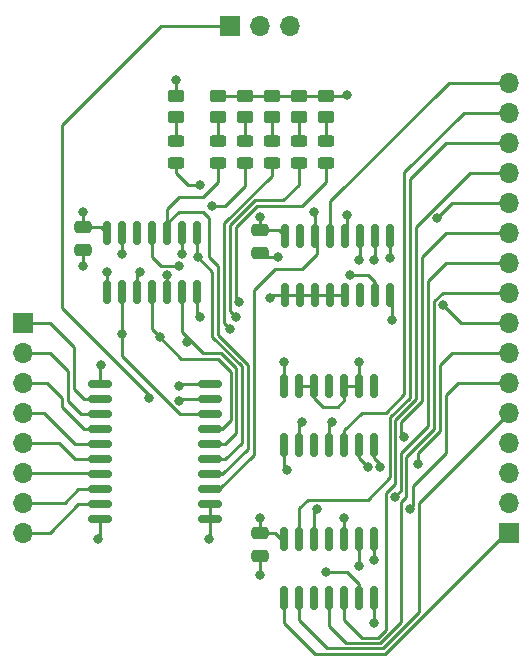
<source format=gbr>
%TF.GenerationSoftware,KiCad,Pcbnew,(6.0.0-0)*%
%TF.CreationDate,2022-03-20T10:25:08-04:00*%
%TF.ProjectId,ADC-Decoder-Controller,4144432d-4465-4636-9f64-65722d436f6e,rev?*%
%TF.SameCoordinates,Original*%
%TF.FileFunction,Copper,L1,Top*%
%TF.FilePolarity,Positive*%
%FSLAX46Y46*%
G04 Gerber Fmt 4.6, Leading zero omitted, Abs format (unit mm)*
G04 Created by KiCad (PCBNEW (6.0.0-0)) date 2022-03-20 10:25:08*
%MOMM*%
%LPD*%
G01*
G04 APERTURE LIST*
G04 Aperture macros list*
%AMRoundRect*
0 Rectangle with rounded corners*
0 $1 Rounding radius*
0 $2 $3 $4 $5 $6 $7 $8 $9 X,Y pos of 4 corners*
0 Add a 4 corners polygon primitive as box body*
4,1,4,$2,$3,$4,$5,$6,$7,$8,$9,$2,$3,0*
0 Add four circle primitives for the rounded corners*
1,1,$1+$1,$2,$3*
1,1,$1+$1,$4,$5*
1,1,$1+$1,$6,$7*
1,1,$1+$1,$8,$9*
0 Add four rect primitives between the rounded corners*
20,1,$1+$1,$2,$3,$4,$5,0*
20,1,$1+$1,$4,$5,$6,$7,0*
20,1,$1+$1,$6,$7,$8,$9,0*
20,1,$1+$1,$8,$9,$2,$3,0*%
G04 Aperture macros list end*
%TA.AperFunction,SMDPad,CuDef*%
%ADD10RoundRect,0.243750X-0.456250X0.243750X-0.456250X-0.243750X0.456250X-0.243750X0.456250X0.243750X0*%
%TD*%
%TA.AperFunction,SMDPad,CuDef*%
%ADD11RoundRect,0.150000X0.150000X-0.825000X0.150000X0.825000X-0.150000X0.825000X-0.150000X-0.825000X0*%
%TD*%
%TA.AperFunction,SMDPad,CuDef*%
%ADD12RoundRect,0.250000X0.450000X-0.262500X0.450000X0.262500X-0.450000X0.262500X-0.450000X-0.262500X0*%
%TD*%
%TA.AperFunction,SMDPad,CuDef*%
%ADD13RoundRect,0.250000X-0.475000X0.250000X-0.475000X-0.250000X0.475000X-0.250000X0.475000X0.250000X0*%
%TD*%
%TA.AperFunction,SMDPad,CuDef*%
%ADD14RoundRect,0.150000X-0.875000X-0.150000X0.875000X-0.150000X0.875000X0.150000X-0.875000X0.150000X0*%
%TD*%
%TA.AperFunction,ComponentPad*%
%ADD15R,1.700000X1.700000*%
%TD*%
%TA.AperFunction,ComponentPad*%
%ADD16O,1.700000X1.700000*%
%TD*%
%TA.AperFunction,ViaPad*%
%ADD17C,0.800000*%
%TD*%
%TA.AperFunction,Conductor*%
%ADD18C,0.250000*%
%TD*%
G04 APERTURE END LIST*
D10*
%TO.P,D5,1,K*%
%TO.N,Net-(D5-Pad1)*%
X113030000Y-79580500D03*
%TO.P,D5,2,A*%
%TO.N,D1*%
X113030000Y-81455500D03*
%TD*%
%TO.P,D3,1,K*%
%TO.N,Net-(D3-Pad1)*%
X108458000Y-79580500D03*
%TO.P,D3,2,A*%
%TO.N,D3*%
X108458000Y-81455500D03*
%TD*%
D11*
%TO.P,U3,1,I4*%
%TO.N,+5V*%
X111887000Y-92645000D03*
%TO.P,U3,2,I5*%
X113157000Y-92645000D03*
%TO.P,U3,3,I6*%
X114427000Y-92645000D03*
%TO.P,U3,4,I7*%
X115697000Y-92645000D03*
%TO.P,U3,5,EI*%
X116967000Y-92645000D03*
%TO.P,U3,6,S2*%
%TO.N,unconnected-(U3-Pad6)*%
X118237000Y-92645000D03*
%TO.P,U3,7,S1*%
%TO.N,Net-(U3-Pad7)*%
X119507000Y-92645000D03*
%TO.P,U3,8,GND*%
%TO.N,GND*%
X120777000Y-92645000D03*
%TO.P,U3,9,S0*%
%TO.N,Net-(U3-Pad9)*%
X120777000Y-87695000D03*
%TO.P,U3,10,IO*%
%TO.N,~{A0_GS}*%
X119507000Y-87695000D03*
%TO.P,U3,11,I1*%
%TO.N,~{A1_GS}*%
X118237000Y-87695000D03*
%TO.P,U3,12,I2*%
%TO.N,~{A2_GS}*%
X116967000Y-87695000D03*
%TO.P,U3,13,I3*%
%TO.N,~{A3_GS}*%
X115697000Y-87695000D03*
%TO.P,U3,14,GS*%
%TO.N,~{ACTIVE}*%
X114427000Y-87695000D03*
%TO.P,U3,15,EO*%
%TO.N,unconnected-(U3-Pad15)*%
X113157000Y-87695000D03*
%TO.P,U3,16,VCC*%
%TO.N,+5V*%
X111887000Y-87695000D03*
%TD*%
D12*
%TO.P,R6,1*%
%TO.N,Net-(D4-Pad1)*%
X110744000Y-77620500D03*
%TO.P,R6,2*%
%TO.N,GND*%
X110744000Y-75795500D03*
%TD*%
%TO.P,R8,1*%
%TO.N,Net-(D6-Pad1)*%
X115316000Y-77620500D03*
%TO.P,R8,2*%
%TO.N,GND*%
X115316000Y-75795500D03*
%TD*%
%TO.P,R7,1*%
%TO.N,Net-(D5-Pad1)*%
X113030000Y-77620500D03*
%TO.P,R7,2*%
%TO.N,GND*%
X113030000Y-75795500D03*
%TD*%
D13*
%TO.P,C1,1*%
%TO.N,+5V*%
X109728000Y-112842000D03*
%TO.P,C1,2*%
%TO.N,GND*%
X109728000Y-114742000D03*
%TD*%
D14*
%TO.P,U5,1,A->B*%
%TO.N,GND*%
X96188000Y-100203000D03*
%TO.P,U5,2,A0*%
%TO.N,BUS0*%
X96188000Y-101473000D03*
%TO.P,U5,3,A1*%
%TO.N,BUS1*%
X96188000Y-102743000D03*
%TO.P,U5,4,A2*%
%TO.N,BUS2*%
X96188000Y-104013000D03*
%TO.P,U5,5,A3*%
%TO.N,BUS3*%
X96188000Y-105283000D03*
%TO.P,U5,6,A4*%
%TO.N,BUS4*%
X96188000Y-106553000D03*
%TO.P,U5,7,A5*%
%TO.N,BUS5*%
X96188000Y-107823000D03*
%TO.P,U5,8,A6*%
%TO.N,BUS6*%
X96188000Y-109093000D03*
%TO.P,U5,9,A7*%
%TO.N,BUS7*%
X96188000Y-110363000D03*
%TO.P,U5,10,GND*%
%TO.N,GND*%
X96188000Y-111633000D03*
%TO.P,U5,11,B7*%
X105488000Y-111633000D03*
%TO.P,U5,12,B6*%
X105488000Y-110363000D03*
%TO.P,U5,13,B5*%
%TO.N,~{ACTIVE}*%
X105488000Y-109093000D03*
%TO.P,U5,14,B4*%
%TO.N,D4*%
X105488000Y-107823000D03*
%TO.P,U5,15,B3*%
%TO.N,D3*%
X105488000Y-106553000D03*
%TO.P,U5,16,B2*%
%TO.N,D2*%
X105488000Y-105283000D03*
%TO.P,U5,17,B1*%
%TO.N,D1*%
X105488000Y-104013000D03*
%TO.P,U5,18,B0*%
%TO.N,D0*%
X105488000Y-102743000D03*
%TO.P,U5,19,CE*%
%TO.N,~{OE}*%
X105488000Y-101473000D03*
%TO.P,U5,20,VCC*%
%TO.N,+5V*%
X105488000Y-100203000D03*
%TD*%
D10*
%TO.P,D1,1,K*%
%TO.N,Net-(D1-Pad1)*%
X102616000Y-79580500D03*
%TO.P,D1,2,A*%
%TO.N,~{ACTIVE}*%
X102616000Y-81455500D03*
%TD*%
D13*
%TO.P,C2,1*%
%TO.N,+5V*%
X109728000Y-87188000D03*
%TO.P,C2,2*%
%TO.N,GND*%
X109728000Y-89088000D03*
%TD*%
D11*
%TO.P,U2,1*%
%TO.N,~{A0_2}*%
X111825000Y-105345000D03*
%TO.P,U2,2*%
%TO.N,~{A1_2}*%
X113095000Y-105345000D03*
%TO.P,U2,3*%
%TO.N,N/C*%
X114365000Y-105345000D03*
%TO.P,U2,4*%
%TO.N,~{A2_2}*%
X115635000Y-105345000D03*
%TO.P,U2,5*%
%TO.N,~{A3_2}*%
X116905000Y-105345000D03*
%TO.P,U2,6*%
%TO.N,Net-(U2-Pad6)*%
X118175000Y-105345000D03*
%TO.P,U2,7,GND*%
%TO.N,GND*%
X119445000Y-105345000D03*
%TO.P,U2,8*%
%TO.N,unconnected-(U2-Pad8)*%
X119445000Y-100395000D03*
%TO.P,U2,9*%
%TO.N,GND*%
X118175000Y-100395000D03*
%TO.P,U2,10*%
X116905000Y-100395000D03*
%TO.P,U2,11*%
%TO.N,N/C*%
X115635000Y-100395000D03*
%TO.P,U2,12*%
%TO.N,GND*%
X114365000Y-100395000D03*
%TO.P,U2,13*%
X113095000Y-100395000D03*
%TO.P,U2,14,VCC*%
%TO.N,+5V*%
X111825000Y-100395000D03*
%TD*%
D10*
%TO.P,D4,1,K*%
%TO.N,Net-(D4-Pad1)*%
X110744000Y-79580500D03*
%TO.P,D4,2,A*%
%TO.N,D2*%
X110744000Y-81455500D03*
%TD*%
D13*
%TO.P,C3,1*%
%TO.N,+5V*%
X94742000Y-86934000D03*
%TO.P,C3,2*%
%TO.N,GND*%
X94742000Y-88834000D03*
%TD*%
D10*
%TO.P,D6,1,K*%
%TO.N,Net-(D6-Pad1)*%
X115316000Y-79580500D03*
%TO.P,D6,2,A*%
%TO.N,D0*%
X115316000Y-81455500D03*
%TD*%
D12*
%TO.P,R3,1*%
%TO.N,Net-(D1-Pad1)*%
X102616000Y-77620500D03*
%TO.P,R3,2*%
%TO.N,GND*%
X102616000Y-75795500D03*
%TD*%
%TO.P,R5,1*%
%TO.N,Net-(D3-Pad1)*%
X108458000Y-77620500D03*
%TO.P,R5,2*%
%TO.N,GND*%
X108458000Y-75795500D03*
%TD*%
D11*
%TO.P,U4,1*%
%TO.N,Net-(U1-Pad6)*%
X96839000Y-92391000D03*
%TO.P,U4,2*%
%TO.N,D0*%
X98109000Y-92391000D03*
%TO.P,U4,3*%
%TO.N,Net-(U1-Pad8)*%
X99379000Y-92391000D03*
%TO.P,U4,4*%
%TO.N,D1*%
X100649000Y-92391000D03*
%TO.P,U4,5*%
%TO.N,Net-(U2-Pad6)*%
X101919000Y-92391000D03*
%TO.P,U4,6*%
%TO.N,D2*%
X103189000Y-92391000D03*
%TO.P,U4,7,GND*%
%TO.N,GND*%
X104459000Y-92391000D03*
%TO.P,U4,8*%
%TO.N,D3*%
X104459000Y-87441000D03*
%TO.P,U4,9*%
%TO.N,Net-(U3-Pad9)*%
X103189000Y-87441000D03*
%TO.P,U4,10*%
%TO.N,D4*%
X101919000Y-87441000D03*
%TO.P,U4,11*%
%TO.N,Net-(U3-Pad7)*%
X100649000Y-87441000D03*
%TO.P,U4,12*%
%TO.N,unconnected-(U4-Pad12)*%
X99379000Y-87441000D03*
%TO.P,U4,13*%
%TO.N,GND*%
X98109000Y-87441000D03*
%TO.P,U4,14,VCC*%
%TO.N,+5V*%
X96839000Y-87441000D03*
%TD*%
D10*
%TO.P,D2,1,K*%
%TO.N,Net-(D2-Pad1)*%
X106172000Y-79580500D03*
%TO.P,D2,2,A*%
%TO.N,D4*%
X106172000Y-81455500D03*
%TD*%
D12*
%TO.P,R4,1*%
%TO.N,Net-(D2-Pad1)*%
X106172000Y-77620500D03*
%TO.P,R4,2*%
%TO.N,GND*%
X106172000Y-75795500D03*
%TD*%
D11*
%TO.P,U1,1*%
%TO.N,~{A0_0}*%
X111825000Y-118299000D03*
%TO.P,U1,2*%
%TO.N,~{A1_0}*%
X113095000Y-118299000D03*
%TO.P,U1,3*%
%TO.N,N/C*%
X114365000Y-118299000D03*
%TO.P,U1,4*%
%TO.N,~{A2_0}*%
X115635000Y-118299000D03*
%TO.P,U1,5*%
%TO.N,~{A3_0}*%
X116905000Y-118299000D03*
%TO.P,U1,6*%
%TO.N,Net-(U1-Pad6)*%
X118175000Y-118299000D03*
%TO.P,U1,7,GND*%
%TO.N,GND*%
X119445000Y-118299000D03*
%TO.P,U1,8*%
%TO.N,Net-(U1-Pad8)*%
X119445000Y-113349000D03*
%TO.P,U1,9*%
%TO.N,~{A0_1}*%
X118175000Y-113349000D03*
%TO.P,U1,10*%
%TO.N,~{A1_1}*%
X116905000Y-113349000D03*
%TO.P,U1,11*%
%TO.N,N/C*%
X115635000Y-113349000D03*
%TO.P,U1,12*%
%TO.N,~{A2_1}*%
X114365000Y-113349000D03*
%TO.P,U1,13*%
%TO.N,~{A3_1}*%
X113095000Y-113349000D03*
%TO.P,U1,14,VCC*%
%TO.N,+5V*%
X111825000Y-113349000D03*
%TD*%
D15*
%TO.P,J3,1,Pin_1*%
%TO.N,~{OE}*%
X107203000Y-69850000D03*
D16*
%TO.P,J3,2,Pin_2*%
%TO.N,GND*%
X109743000Y-69850000D03*
%TO.P,J3,3,Pin_3*%
%TO.N,+5V*%
X112283000Y-69850000D03*
%TD*%
D15*
%TO.P,J2,1,Pin_1*%
%TO.N,~{A0_0}*%
X130810000Y-112781000D03*
D16*
%TO.P,J2,2,Pin_2*%
%TO.N,~{A0_1}*%
X130810000Y-110241000D03*
%TO.P,J2,3,Pin_3*%
%TO.N,~{A0_2}*%
X130810000Y-107701000D03*
%TO.P,J2,4,Pin_4*%
%TO.N,~{A0_GS}*%
X130810000Y-105161000D03*
%TO.P,J2,5,Pin_5*%
%TO.N,~{A1_0}*%
X130810000Y-102621000D03*
%TO.P,J2,6,Pin_6*%
%TO.N,~{A1_1}*%
X130810000Y-100081000D03*
%TO.P,J2,7,Pin_7*%
%TO.N,~{A1_2}*%
X130810000Y-97541000D03*
%TO.P,J2,8,Pin_8*%
%TO.N,~{A1_GS}*%
X130810000Y-95001000D03*
%TO.P,J2,9,Pin_9*%
%TO.N,~{A2_0}*%
X130810000Y-92461000D03*
%TO.P,J2,10,Pin_10*%
%TO.N,~{A2_1}*%
X130810000Y-89921000D03*
%TO.P,J2,11,Pin_11*%
%TO.N,~{A2_2}*%
X130810000Y-87381000D03*
%TO.P,J2,12,Pin_12*%
%TO.N,~{A2_GS}*%
X130810000Y-84841000D03*
%TO.P,J2,13,Pin_13*%
%TO.N,~{A3_0}*%
X130810000Y-82301000D03*
%TO.P,J2,14,Pin_14*%
%TO.N,~{A3_1}*%
X130810000Y-79761000D03*
%TO.P,J2,15,Pin_15*%
%TO.N,~{A3_2}*%
X130810000Y-77221000D03*
%TO.P,J2,16,Pin_16*%
%TO.N,~{A3_GS}*%
X130810000Y-74681000D03*
%TD*%
D15*
%TO.P,J1,1,Pin_1*%
%TO.N,BUS0*%
X89662000Y-94996000D03*
D16*
%TO.P,J1,2,Pin_2*%
%TO.N,BUS1*%
X89662000Y-97536000D03*
%TO.P,J1,3,Pin_3*%
%TO.N,BUS2*%
X89662000Y-100076000D03*
%TO.P,J1,4,Pin_4*%
%TO.N,BUS3*%
X89662000Y-102616000D03*
%TO.P,J1,5,Pin_5*%
%TO.N,BUS4*%
X89662000Y-105156000D03*
%TO.P,J1,6,Pin_6*%
%TO.N,BUS5*%
X89662000Y-107696000D03*
%TO.P,J1,7,Pin_7*%
%TO.N,BUS6*%
X89662000Y-110236000D03*
%TO.P,J1,8,Pin_8*%
%TO.N,BUS7*%
X89662000Y-112776000D03*
%TD*%
D17*
%TO.N,~{ACTIVE}*%
X104648000Y-83312000D03*
X114300000Y-85598000D03*
%TO.N,D3*%
X105664000Y-85090000D03*
X104463320Y-89468721D03*
%TO.N,D2*%
X103546173Y-96678011D03*
X107188000Y-95504000D03*
%TO.N,D1*%
X107696000Y-94488000D03*
X101268184Y-96228500D03*
%TO.N,D0*%
X107945701Y-93222299D03*
X98109000Y-95947000D03*
%TO.N,~{A0_1}*%
X118110000Y-115570000D03*
%TO.N,~{A0_2}*%
X112014000Y-107442000D03*
%TO.N,~{A0_GS}*%
X119380000Y-89666299D03*
%TO.N,~{A1_1}*%
X122428000Y-110744000D03*
X116840000Y-111506000D03*
%TO.N,~{A1_2}*%
X113284000Y-103378000D03*
X123113500Y-106976500D03*
%TO.N,~{A1_GS}*%
X118110000Y-89662000D03*
X125222000Y-93472000D03*
%TO.N,~{A2_1}*%
X121150587Y-109721723D03*
X114554000Y-110744000D03*
%TO.N,~{A2_2}*%
X121920000Y-104648000D03*
X115824000Y-103378000D03*
%TO.N,~{A2_GS}*%
X124714000Y-86106000D03*
X117094000Y-85852000D03*
%TO.N,~{OE}*%
X100330000Y-101346000D03*
X102870000Y-101600000D03*
%TO.N,GND*%
X117094000Y-75692000D03*
X119888000Y-107188000D03*
X120904000Y-94742000D03*
X96266000Y-98552000D03*
X109728000Y-116332000D03*
X119380000Y-120396000D03*
X102616000Y-74422000D03*
X105410000Y-113284000D03*
X98044000Y-89154000D03*
X118110000Y-98298000D03*
X104648000Y-94488000D03*
X96012000Y-113284000D03*
X111252000Y-89408000D03*
X94742000Y-90170000D03*
%TO.N,+5V*%
X102870000Y-100330000D03*
X109734079Y-86068475D03*
X110570333Y-92926500D03*
X109728000Y-111506000D03*
X111760000Y-98298000D03*
X94742000Y-85598000D03*
%TO.N,Net-(U1-Pad6)*%
X96774000Y-90678000D03*
X115316000Y-116078000D03*
%TO.N,Net-(U1-Pad8)*%
X119380000Y-115062000D03*
X99568000Y-90678000D03*
%TO.N,Net-(U2-Pad6)*%
X118872000Y-107188000D03*
X101854000Y-90932000D03*
%TO.N,Net-(U3-Pad7)*%
X102870000Y-90170000D03*
X117348000Y-90932000D03*
%TO.N,Net-(U3-Pad9)*%
X120781299Y-89530701D03*
X103124000Y-89154000D03*
%TD*%
D18*
%TO.N,Net-(D1-Pad1)*%
X102616000Y-77620500D02*
X102616000Y-79580500D01*
%TO.N,~{ACTIVE}*%
X109220000Y-106172000D02*
X109220000Y-92202000D01*
X105488000Y-109093000D02*
X106299000Y-109093000D01*
X110998000Y-90424000D02*
X113284000Y-90424000D01*
X113284000Y-90424000D02*
X114554000Y-89154000D01*
X114427000Y-85725000D02*
X114300000Y-85598000D01*
X102616000Y-81455500D02*
X102616000Y-82296000D01*
X114554000Y-89154000D02*
X114554000Y-87822000D01*
X114427000Y-87695000D02*
X114427000Y-85725000D01*
X106299000Y-109093000D02*
X109220000Y-106172000D01*
X103632000Y-83312000D02*
X104648000Y-83312000D01*
X114554000Y-87822000D02*
X114427000Y-87695000D01*
X109220000Y-92202000D02*
X110998000Y-90424000D01*
X102616000Y-82296000D02*
X103632000Y-83312000D01*
%TO.N,Net-(D2-Pad1)*%
X106172000Y-79580500D02*
X106172000Y-77620500D01*
%TO.N,D4*%
X106172000Y-90170000D02*
X105410000Y-89408000D01*
X106172000Y-81455500D02*
X106172000Y-83058000D01*
X104902000Y-84328000D02*
X102870000Y-84328000D01*
X102870000Y-84328000D02*
X101854000Y-85344000D01*
X105488000Y-107823000D02*
X106553000Y-107823000D01*
X105410000Y-89408000D02*
X105410000Y-86106000D01*
X101854000Y-87376000D02*
X101919000Y-87441000D01*
X106553000Y-107823000D02*
X108712000Y-105664000D01*
X106172000Y-83058000D02*
X104902000Y-84328000D01*
X101919000Y-86549000D02*
X101919000Y-87441000D01*
X108712000Y-98552000D02*
X106172000Y-96012000D01*
X102870000Y-85598000D02*
X101919000Y-86549000D01*
X101854000Y-85344000D02*
X101854000Y-87376000D01*
X104902000Y-85598000D02*
X102870000Y-85598000D01*
X108712000Y-105664000D02*
X108712000Y-98552000D01*
X105410000Y-86106000D02*
X104902000Y-85598000D01*
X106172000Y-96012000D02*
X106172000Y-90170000D01*
%TO.N,Net-(D3-Pad1)*%
X108458000Y-77620500D02*
X108458000Y-79580500D01*
%TO.N,D3*%
X106807000Y-106553000D02*
X108204000Y-105156000D01*
X108458000Y-83436888D02*
X106804888Y-85090000D01*
X104459000Y-87441000D02*
X104459000Y-89464401D01*
X105722489Y-96198193D02*
X105722489Y-90727890D01*
X105722489Y-90727890D02*
X104463320Y-89468721D01*
X108458000Y-81455500D02*
X108458000Y-83436888D01*
X108204000Y-105156000D02*
X108204000Y-98679704D01*
X106804888Y-85090000D02*
X105664000Y-85090000D01*
X105488000Y-106553000D02*
X106807000Y-106553000D01*
X108204000Y-98679704D02*
X105722489Y-96198193D01*
X104459000Y-89464401D02*
X104463320Y-89468721D01*
%TO.N,Net-(D4-Pad1)*%
X110744000Y-77620500D02*
X110744000Y-79580500D01*
%TO.N,D2*%
X103124000Y-92456000D02*
X103189000Y-92391000D01*
X106807000Y-105283000D02*
X107754489Y-104335511D01*
X110744000Y-82550000D02*
X106738489Y-86555511D01*
X106738489Y-86555511D02*
X106738489Y-95054489D01*
X110744000Y-81455500D02*
X110744000Y-82550000D01*
X106424592Y-97536000D02*
X104902000Y-97536000D01*
X104902000Y-97536000D02*
X103124000Y-95758000D01*
X107754489Y-98865897D02*
X106424592Y-97536000D01*
X106738489Y-95054489D02*
X107188000Y-95504000D01*
X107754489Y-104335511D02*
X107754489Y-98865897D01*
X103124000Y-95758000D02*
X103124000Y-92456000D01*
X105488000Y-105283000D02*
X106807000Y-105283000D01*
%TO.N,Net-(D5-Pad1)*%
X113030000Y-79580500D02*
X113030000Y-77620500D01*
%TO.N,D1*%
X100584000Y-92456000D02*
X100584000Y-95544316D01*
X113030000Y-81455500D02*
X113030000Y-83312000D01*
X100584000Y-95544316D02*
X101268184Y-96228500D01*
X106172000Y-98044000D02*
X103083684Y-98044000D01*
X107188000Y-86741704D02*
X107188000Y-93980000D01*
X107304978Y-99176978D02*
X106172000Y-98044000D01*
X111701510Y-84640490D02*
X109289214Y-84640490D01*
X100649000Y-92391000D02*
X100584000Y-92456000D01*
X109289214Y-84640490D02*
X107188000Y-86741704D01*
X107188000Y-93980000D02*
X107696000Y-94488000D01*
X103083684Y-98044000D02*
X101268184Y-96228500D01*
X107304978Y-103261022D02*
X107304978Y-99176978D01*
X106553000Y-104013000D02*
X107304978Y-103261022D01*
X105488000Y-104013000D02*
X106553000Y-104013000D01*
X113030000Y-83312000D02*
X111701510Y-84640490D01*
%TO.N,Net-(D6-Pad1)*%
X115316000Y-77620500D02*
X115316000Y-79580500D01*
%TO.N,D0*%
X115316000Y-81455500D02*
X115316000Y-83058000D01*
X107696000Y-92972598D02*
X107945701Y-93222299D01*
X113284000Y-85090000D02*
X109475408Y-85090000D01*
X98109000Y-97863600D02*
X98109000Y-95947000D01*
X98109000Y-95947000D02*
X98109000Y-92391000D01*
X115316000Y-83058000D02*
X113284000Y-85090000D01*
X102988400Y-102743000D02*
X98109000Y-97863600D01*
X107696000Y-86869408D02*
X107696000Y-92972598D01*
X109475408Y-85090000D02*
X107696000Y-86869408D01*
X105488000Y-102743000D02*
X102988400Y-102743000D01*
%TO.N,BUS0*%
X96188000Y-101473000D02*
X94869000Y-101473000D01*
X93980000Y-97028000D02*
X91948000Y-94996000D01*
X94869000Y-101473000D02*
X93980000Y-100584000D01*
X91948000Y-94996000D02*
X89662000Y-94996000D01*
X93980000Y-100584000D02*
X93980000Y-97028000D01*
%TO.N,BUS1*%
X93472000Y-101600000D02*
X94615000Y-102743000D01*
X93472000Y-99060000D02*
X93472000Y-101600000D01*
X91948000Y-97536000D02*
X93472000Y-99060000D01*
X94615000Y-102743000D02*
X96188000Y-102743000D01*
X89662000Y-97536000D02*
X91948000Y-97536000D01*
%TO.N,BUS2*%
X92964000Y-102108000D02*
X92964000Y-101346000D01*
X94869000Y-104013000D02*
X92964000Y-102108000D01*
X91694000Y-100076000D02*
X89662000Y-100076000D01*
X96188000Y-104013000D02*
X94869000Y-104013000D01*
X92964000Y-101346000D02*
X91694000Y-100076000D01*
%TO.N,BUS3*%
X94107000Y-105283000D02*
X96188000Y-105283000D01*
X91440000Y-102616000D02*
X94107000Y-105283000D01*
X89662000Y-102616000D02*
X91440000Y-102616000D01*
%TO.N,BUS4*%
X92710000Y-105156000D02*
X89662000Y-105156000D01*
X96188000Y-106553000D02*
X94107000Y-106553000D01*
X94107000Y-106553000D02*
X92710000Y-105156000D01*
%TO.N,BUS5*%
X96188000Y-107823000D02*
X96061000Y-107696000D01*
X96061000Y-107696000D02*
X89662000Y-107696000D01*
%TO.N,BUS6*%
X96188000Y-109093000D02*
X94361000Y-109093000D01*
X93218000Y-110236000D02*
X89662000Y-110236000D01*
X94361000Y-109093000D02*
X93218000Y-110236000D01*
%TO.N,BUS7*%
X96188000Y-110363000D02*
X94361000Y-110363000D01*
X91948000Y-112776000D02*
X89662000Y-112776000D01*
X94361000Y-110363000D02*
X91948000Y-112776000D01*
%TO.N,~{A0_0}*%
X130810000Y-112781000D02*
X130551000Y-112781000D01*
X111825000Y-120461000D02*
X111825000Y-118299000D01*
X120317467Y-123014533D02*
X114378533Y-123014533D01*
X130551000Y-112781000D02*
X120317467Y-123014533D01*
X114378533Y-123014533D02*
X111825000Y-120461000D01*
%TO.N,~{A0_1}*%
X118175000Y-113349000D02*
X118110000Y-113414000D01*
X118110000Y-113414000D02*
X118110000Y-115570000D01*
%TO.N,~{A0_2}*%
X112014000Y-107442000D02*
X111825000Y-107253000D01*
X111825000Y-107253000D02*
X111825000Y-105345000D01*
%TO.N,~{A0_GS}*%
X119507000Y-87695000D02*
X119507000Y-89539299D01*
X119507000Y-89539299D02*
X119380000Y-89666299D01*
%TO.N,~{A1_0}*%
X130810000Y-102621000D02*
X123190000Y-110241000D01*
X123190000Y-119506296D02*
X120131276Y-122565020D01*
X113095000Y-120207000D02*
X113095000Y-118299000D01*
X120131276Y-122565020D02*
X115453020Y-122565020D01*
X115453020Y-122565020D02*
X113095000Y-120207000D01*
X123190000Y-110241000D02*
X123190000Y-119506296D01*
%TO.N,~{A1_1}*%
X122682000Y-110490000D02*
X122428000Y-110744000D01*
X116840000Y-113284000D02*
X116905000Y-113349000D01*
X130810000Y-100081000D02*
X126487000Y-100081000D01*
X125476000Y-101092000D02*
X125476000Y-106044296D01*
X126487000Y-100081000D02*
X125476000Y-101092000D01*
X122682000Y-108838296D02*
X122682000Y-110490000D01*
X116840000Y-111506000D02*
X116840000Y-113284000D01*
X125476000Y-106044296D02*
X122682000Y-108838296D01*
%TO.N,~{A1_2}*%
X124968000Y-104140000D02*
X123113500Y-105994500D01*
X113095000Y-103567000D02*
X113095000Y-105345000D01*
X125979000Y-97541000D02*
X124968000Y-98552000D01*
X123113500Y-105994500D02*
X123113500Y-106976500D01*
X124968000Y-98552000D02*
X124968000Y-104140000D01*
X130810000Y-97541000D02*
X125979000Y-97541000D01*
X113284000Y-103378000D02*
X113095000Y-103567000D01*
%TO.N,~{A1_GS}*%
X130810000Y-95001000D02*
X126751000Y-95001000D01*
X118110000Y-89662000D02*
X118237000Y-89535000D01*
X118237000Y-89535000D02*
X118237000Y-87695000D01*
X126751000Y-95001000D02*
X125222000Y-93472000D01*
%TO.N,~{A2_0}*%
X117035509Y-122115509D02*
X115635000Y-120715000D01*
X124497499Y-103974797D02*
X122127901Y-106344395D01*
X122127901Y-109765499D02*
X121703499Y-110189901D01*
X121703499Y-120357093D02*
X119945083Y-122115509D01*
X122127901Y-106344395D02*
X122127901Y-109765499D01*
X125208400Y-92461000D02*
X124497499Y-93171901D01*
X130810000Y-92461000D02*
X125208400Y-92461000D01*
X121703499Y-110189901D02*
X121703499Y-120357093D01*
X119945083Y-122115509D02*
X117035509Y-122115509D01*
X115635000Y-120715000D02*
X115635000Y-118299000D01*
X124497499Y-93171901D02*
X124497499Y-103974797D01*
%TO.N,~{A2_1}*%
X123952000Y-91440000D02*
X123952000Y-103758296D01*
X130810000Y-89921000D02*
X125471000Y-89921000D01*
X125471000Y-89921000D02*
X123952000Y-91440000D01*
X114365000Y-110933000D02*
X114365000Y-113349000D01*
X121666000Y-106044296D02*
X121666000Y-109206310D01*
X123952000Y-103758296D02*
X121666000Y-106044296D01*
X121666000Y-109206310D02*
X121150587Y-109721723D01*
X114554000Y-110744000D02*
X114365000Y-110933000D01*
%TO.N,~{A2_2}*%
X123444000Y-95504000D02*
X123444000Y-101600000D01*
X123444000Y-101600000D02*
X122428000Y-102616000D01*
X130810000Y-87381000D02*
X125471000Y-87381000D01*
X115824000Y-103378000D02*
X115635000Y-103567000D01*
X121666000Y-103378000D02*
X121666000Y-104394000D01*
X115635000Y-103567000D02*
X115635000Y-105345000D01*
X121666000Y-104394000D02*
X121920000Y-104648000D01*
X123444000Y-89408000D02*
X123444000Y-95504000D01*
X125471000Y-87381000D02*
X123444000Y-89408000D01*
X122428000Y-102616000D02*
X121666000Y-103378000D01*
%TO.N,~{A2_GS}*%
X125979000Y-84841000D02*
X125730000Y-85090000D01*
X117094000Y-87568000D02*
X116967000Y-87695000D01*
X125730000Y-85090000D02*
X124714000Y-86106000D01*
X117094000Y-85852000D02*
X117094000Y-87568000D01*
X130810000Y-84841000D02*
X125979000Y-84841000D01*
%TO.N,~{A3_0}*%
X119758890Y-121665998D02*
X120426086Y-120998802D01*
X120426086Y-120998802D02*
X120426086Y-109421624D01*
X116905000Y-118299000D02*
X116905000Y-120207000D01*
X116905000Y-120207000D02*
X118363999Y-121665999D01*
X121195499Y-103212797D02*
X122936000Y-101472296D01*
X120426086Y-109421624D02*
X121195499Y-108652211D01*
X127494400Y-82301000D02*
X130810000Y-82301000D01*
X122936000Y-86859400D02*
X127494400Y-82301000D01*
X121195499Y-108652211D02*
X121195499Y-103212797D01*
X118363999Y-121665999D02*
X119758890Y-121665998D01*
X122936000Y-101472296D02*
X122936000Y-86859400D01*
%TO.N,~{A3_1}*%
X113095000Y-110679000D02*
X113095000Y-113349000D01*
X113792000Y-109982000D02*
X113095000Y-110679000D01*
X125471000Y-79761000D02*
X122428000Y-82804000D01*
X120745989Y-103026603D02*
X120745989Y-108108011D01*
X122428000Y-101344592D02*
X120745989Y-103026603D01*
X122428000Y-82804000D02*
X122428000Y-101344592D01*
X120745989Y-108108011D02*
X118872000Y-109982000D01*
X118872000Y-109982000D02*
X113792000Y-109982000D01*
X130810000Y-79761000D02*
X125471000Y-79761000D01*
%TO.N,~{A3_2}*%
X118364000Y-102616000D02*
X116905000Y-104075000D01*
X121978489Y-82237511D02*
X121978489Y-101033511D01*
X130810000Y-77221000D02*
X126995000Y-77221000D01*
X120396000Y-102616000D02*
X118364000Y-102616000D01*
X126995000Y-77221000D02*
X121978489Y-82237511D01*
X121978489Y-101033511D02*
X120396000Y-102616000D01*
X116905000Y-104075000D02*
X116905000Y-105345000D01*
%TO.N,~{A3_GS}*%
X130810000Y-74681000D02*
X125725000Y-74681000D01*
X125725000Y-74681000D02*
X115697000Y-84709000D01*
X115697000Y-84709000D02*
X115697000Y-87695000D01*
%TO.N,~{OE}*%
X98806000Y-72390000D02*
X92964000Y-78232000D01*
X97536000Y-98298000D02*
X100330000Y-101092000D01*
X100330000Y-101092000D02*
X100330000Y-101346000D01*
X101346000Y-69850000D02*
X98806000Y-72390000D01*
X102997000Y-101473000D02*
X105488000Y-101473000D01*
X102870000Y-101600000D02*
X102997000Y-101473000D01*
X92964000Y-88900000D02*
X92964000Y-93726000D01*
X92964000Y-78232000D02*
X92964000Y-88900000D01*
X107203000Y-69850000D02*
X101346000Y-69850000D01*
X92964000Y-93726000D02*
X97536000Y-98298000D01*
%TO.N,GND*%
X119445000Y-120331000D02*
X119380000Y-120396000D01*
X118175000Y-100395000D02*
X118175000Y-98363000D01*
X116905000Y-100395000D02*
X118175000Y-100395000D01*
X119888000Y-106934000D02*
X119888000Y-107188000D01*
X114365000Y-101411000D02*
X115062000Y-102108000D01*
X116905000Y-101535000D02*
X116905000Y-100395000D01*
X105488000Y-113206000D02*
X105410000Y-113284000D01*
X104459000Y-94299000D02*
X104648000Y-94488000D01*
X116332000Y-102108000D02*
X116905000Y-101535000D01*
X114365000Y-100395000D02*
X113095000Y-100395000D01*
X94742000Y-88834000D02*
X94742000Y-90170000D01*
X115316000Y-75795500D02*
X116990500Y-75795500D01*
X105488000Y-110363000D02*
X105488000Y-111633000D01*
X116990500Y-75795500D02*
X117094000Y-75692000D01*
X98109000Y-89089000D02*
X98044000Y-89154000D01*
X114365000Y-100395000D02*
X114365000Y-101411000D01*
X96188000Y-100203000D02*
X96188000Y-98630000D01*
X96188000Y-111633000D02*
X96188000Y-113108000D01*
X110048000Y-89408000D02*
X111252000Y-89408000D01*
X106172000Y-75795500D02*
X115316000Y-75795500D01*
X109728000Y-114742000D02*
X109728000Y-116332000D01*
X118175000Y-98363000D02*
X118110000Y-98298000D01*
X105488000Y-111633000D02*
X105488000Y-113206000D01*
X115062000Y-102108000D02*
X116332000Y-102108000D01*
X104459000Y-92391000D02*
X104459000Y-94299000D01*
X120904000Y-92772000D02*
X120904000Y-94742000D01*
X96188000Y-113108000D02*
X96012000Y-113284000D01*
X119445000Y-118299000D02*
X119445000Y-120331000D01*
X96188000Y-98630000D02*
X96266000Y-98552000D01*
X120777000Y-92645000D02*
X120904000Y-92772000D01*
X102616000Y-75795500D02*
X102616000Y-74422000D01*
X98109000Y-87441000D02*
X98109000Y-89089000D01*
X119445000Y-106491000D02*
X119888000Y-106934000D01*
X119445000Y-105345000D02*
X119445000Y-106491000D01*
X109728000Y-89088000D02*
X110048000Y-89408000D01*
%TO.N,+5V*%
X109728000Y-87188000D02*
X109728000Y-86074554D01*
X111825000Y-113349000D02*
X111571000Y-113349000D01*
X111825000Y-100395000D02*
X111825000Y-98363000D01*
X110851833Y-92645000D02*
X110570333Y-92926500D01*
X109794000Y-112776000D02*
X109728000Y-112842000D01*
X109728000Y-112842000D02*
X109728000Y-111506000D01*
X111571000Y-113349000D02*
X110998000Y-112776000D01*
X96839000Y-87441000D02*
X96332000Y-86934000D01*
X96332000Y-86934000D02*
X94742000Y-86934000D01*
X109728000Y-86074554D02*
X109734079Y-86068475D01*
X105488000Y-100203000D02*
X102997000Y-100203000D01*
X109728000Y-87188000D02*
X111380000Y-87188000D01*
X111887000Y-92645000D02*
X116967000Y-92645000D01*
X94742000Y-86934000D02*
X94742000Y-85598000D01*
X102997000Y-100203000D02*
X102870000Y-100330000D01*
X111887000Y-92645000D02*
X110851833Y-92645000D01*
X110998000Y-112776000D02*
X109794000Y-112776000D01*
X111380000Y-87188000D02*
X111887000Y-87695000D01*
X111825000Y-98363000D02*
X111760000Y-98298000D01*
%TO.N,Net-(U1-Pad6)*%
X118175000Y-118299000D02*
X118175000Y-117159000D01*
X118175000Y-117159000D02*
X117094000Y-116078000D01*
X96839000Y-90743000D02*
X96774000Y-90678000D01*
X117094000Y-116078000D02*
X115316000Y-116078000D01*
X96839000Y-92391000D02*
X96839000Y-90743000D01*
%TO.N,Net-(U1-Pad8)*%
X99379000Y-90867000D02*
X99568000Y-90678000D01*
X119380000Y-115062000D02*
X119380000Y-113414000D01*
X119380000Y-113414000D02*
X119445000Y-113349000D01*
X99379000Y-92391000D02*
X99379000Y-90867000D01*
%TO.N,Net-(U2-Pad6)*%
X118175000Y-106491000D02*
X118175000Y-105345000D01*
X101919000Y-92391000D02*
X101919000Y-90997000D01*
X101919000Y-90997000D02*
X101854000Y-90932000D01*
X118872000Y-107188000D02*
X118175000Y-106491000D01*
%TO.N,Net-(U3-Pad7)*%
X118872000Y-90932000D02*
X119507000Y-91567000D01*
X101346000Y-90170000D02*
X102870000Y-90170000D01*
X100649000Y-87441000D02*
X100649000Y-89473000D01*
X100649000Y-89473000D02*
X101092000Y-89916000D01*
X101092000Y-89916000D02*
X101346000Y-90170000D01*
X119507000Y-91567000D02*
X119507000Y-92645000D01*
X117348000Y-90932000D02*
X118872000Y-90932000D01*
%TO.N,Net-(U3-Pad9)*%
X103189000Y-87441000D02*
X103189000Y-89089000D01*
X103189000Y-89089000D02*
X103124000Y-89154000D01*
X120777000Y-87695000D02*
X120777000Y-89526402D01*
X120777000Y-89526402D02*
X120781299Y-89530701D01*
%TD*%
M02*

</source>
